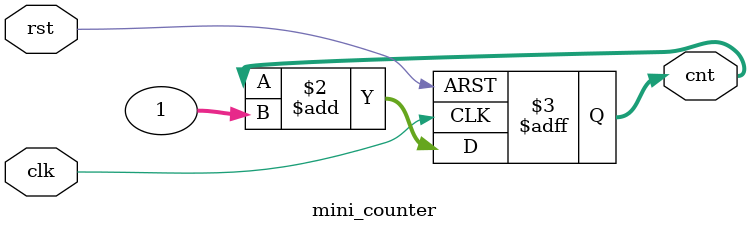
<source format=v>
module mini_counter(
input clk,
input rst,
output reg [31:0] cnt
);

always @(posedge clk or posedge rst)
begin
if (rst)
  cnt = 0;
else 
  cnt = cnt + 1;
end


endmodule

</source>
